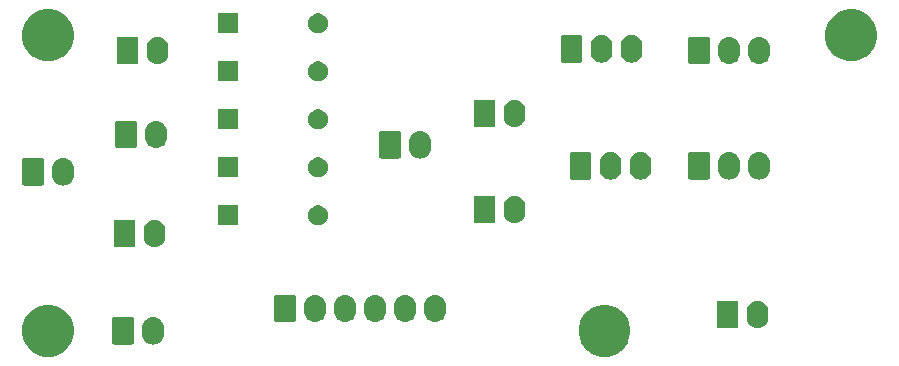
<source format=gbr>
G04 #@! TF.GenerationSoftware,KiCad,Pcbnew,(5.1.5-0-10_14)*
G04 #@! TF.CreationDate,2021-04-18T15:07:52+10:00*
G04 #@! TF.ProjectId,OH - Right Console - Forward Aux,4f48202d-2052-4696-9768-7420436f6e73,rev?*
G04 #@! TF.SameCoordinates,Original*
G04 #@! TF.FileFunction,Soldermask,Top*
G04 #@! TF.FilePolarity,Negative*
%FSLAX46Y46*%
G04 Gerber Fmt 4.6, Leading zero omitted, Abs format (unit mm)*
G04 Created by KiCad (PCBNEW (5.1.5-0-10_14)) date 2021-04-18 15:07:52*
%MOMM*%
%LPD*%
G04 APERTURE LIST*
%ADD10C,0.100000*%
G04 APERTURE END LIST*
D10*
G36*
X158122007Y-105560582D02*
G01*
X158522563Y-105726498D01*
X158522565Y-105726499D01*
X158883056Y-105967371D01*
X159189629Y-106273944D01*
X159414836Y-106610991D01*
X159430502Y-106634437D01*
X159596418Y-107034993D01*
X159681000Y-107460219D01*
X159681000Y-107893781D01*
X159596418Y-108319007D01*
X159487339Y-108582346D01*
X159430501Y-108719565D01*
X159189629Y-109080056D01*
X158883056Y-109386629D01*
X158522565Y-109627501D01*
X158522564Y-109627502D01*
X158522563Y-109627502D01*
X158122007Y-109793418D01*
X157696781Y-109878000D01*
X157263219Y-109878000D01*
X156837993Y-109793418D01*
X156437437Y-109627502D01*
X156437436Y-109627502D01*
X156437435Y-109627501D01*
X156076944Y-109386629D01*
X155770371Y-109080056D01*
X155529499Y-108719565D01*
X155472661Y-108582346D01*
X155363582Y-108319007D01*
X155279000Y-107893781D01*
X155279000Y-107460219D01*
X155363582Y-107034993D01*
X155529498Y-106634437D01*
X155545164Y-106610991D01*
X155770371Y-106273944D01*
X156076944Y-105967371D01*
X156437435Y-105726499D01*
X156437437Y-105726498D01*
X156837993Y-105560582D01*
X157263219Y-105476000D01*
X157696781Y-105476000D01*
X158122007Y-105560582D01*
G37*
G36*
X111005007Y-105560582D02*
G01*
X111405563Y-105726498D01*
X111405565Y-105726499D01*
X111766056Y-105967371D01*
X112072629Y-106273944D01*
X112297836Y-106610991D01*
X112313502Y-106634437D01*
X112479418Y-107034993D01*
X112564000Y-107460219D01*
X112564000Y-107893781D01*
X112479418Y-108319007D01*
X112370339Y-108582346D01*
X112313501Y-108719565D01*
X112072629Y-109080056D01*
X111766056Y-109386629D01*
X111405565Y-109627501D01*
X111405564Y-109627502D01*
X111405563Y-109627502D01*
X111005007Y-109793418D01*
X110579781Y-109878000D01*
X110146219Y-109878000D01*
X109720993Y-109793418D01*
X109320437Y-109627502D01*
X109320436Y-109627502D01*
X109320435Y-109627501D01*
X108959944Y-109386629D01*
X108653371Y-109080056D01*
X108412499Y-108719565D01*
X108355661Y-108582346D01*
X108246582Y-108319007D01*
X108162000Y-107893781D01*
X108162000Y-107460219D01*
X108246582Y-107034993D01*
X108412498Y-106634437D01*
X108428164Y-106610991D01*
X108653371Y-106273944D01*
X108959944Y-105967371D01*
X109320435Y-105726499D01*
X109320437Y-105726498D01*
X109720993Y-105560582D01*
X110146219Y-105476000D01*
X110579781Y-105476000D01*
X111005007Y-105560582D01*
G37*
G36*
X119433547Y-106558326D02*
G01*
X119607156Y-106610990D01*
X119607158Y-106610991D01*
X119767155Y-106696511D01*
X119907397Y-106811603D01*
X119971856Y-106890148D01*
X120022489Y-106951844D01*
X120108010Y-107111843D01*
X120160674Y-107285452D01*
X120161958Y-107298489D01*
X120173917Y-107419908D01*
X120174000Y-107420756D01*
X120174000Y-107971243D01*
X120160674Y-108106548D01*
X120108010Y-108280157D01*
X120022489Y-108440156D01*
X119986729Y-108483729D01*
X119907397Y-108580397D01*
X119810729Y-108659729D01*
X119767156Y-108695489D01*
X119607157Y-108781010D01*
X119433548Y-108833674D01*
X119253000Y-108851456D01*
X119072453Y-108833674D01*
X118898844Y-108781010D01*
X118738845Y-108695489D01*
X118695272Y-108659729D01*
X118598604Y-108580397D01*
X118483513Y-108440157D01*
X118483512Y-108440155D01*
X118397990Y-108280157D01*
X118345326Y-108106548D01*
X118332000Y-107971244D01*
X118332000Y-107420757D01*
X118345326Y-107285453D01*
X118397990Y-107111844D01*
X118483511Y-106951845D01*
X118487934Y-106946456D01*
X118598603Y-106811603D01*
X118695271Y-106732271D01*
X118738844Y-106696511D01*
X118898843Y-106610990D01*
X119072452Y-106558326D01*
X119253000Y-106540544D01*
X119433547Y-106558326D01*
G37*
G36*
X117492561Y-106548966D02*
G01*
X117525383Y-106558923D01*
X117555632Y-106575092D01*
X117582148Y-106596852D01*
X117603908Y-106623368D01*
X117620077Y-106653617D01*
X117630034Y-106686439D01*
X117634000Y-106726713D01*
X117634000Y-108665287D01*
X117630034Y-108705561D01*
X117620077Y-108738383D01*
X117603908Y-108768632D01*
X117582148Y-108795148D01*
X117555632Y-108816908D01*
X117525383Y-108833077D01*
X117492561Y-108843034D01*
X117452287Y-108847000D01*
X115973713Y-108847000D01*
X115933439Y-108843034D01*
X115900617Y-108833077D01*
X115870368Y-108816908D01*
X115843852Y-108795148D01*
X115822092Y-108768632D01*
X115805923Y-108738383D01*
X115795966Y-108705561D01*
X115792000Y-108665287D01*
X115792000Y-106726713D01*
X115795966Y-106686439D01*
X115805923Y-106653617D01*
X115822092Y-106623368D01*
X115843852Y-106596852D01*
X115870368Y-106575092D01*
X115900617Y-106558923D01*
X115933439Y-106548966D01*
X115973713Y-106545000D01*
X117452287Y-106545000D01*
X117492561Y-106548966D01*
G37*
G36*
X170614547Y-105161326D02*
G01*
X170788156Y-105213990D01*
X170788158Y-105213991D01*
X170948155Y-105299511D01*
X171088397Y-105414603D01*
X171138783Y-105476000D01*
X171203489Y-105554844D01*
X171289010Y-105714843D01*
X171341674Y-105888452D01*
X171355000Y-106023756D01*
X171355000Y-106574243D01*
X171341674Y-106709548D01*
X171289010Y-106883157D01*
X171203489Y-107043156D01*
X171167729Y-107086729D01*
X171088397Y-107183397D01*
X170991729Y-107262729D01*
X170948156Y-107298489D01*
X170788157Y-107384010D01*
X170614548Y-107436674D01*
X170434000Y-107454456D01*
X170253453Y-107436674D01*
X170079844Y-107384010D01*
X169919845Y-107298489D01*
X169876272Y-107262729D01*
X169779604Y-107183397D01*
X169664513Y-107043157D01*
X169664512Y-107043155D01*
X169578990Y-106883157D01*
X169526326Y-106709548D01*
X169514513Y-106589602D01*
X169513000Y-106574245D01*
X169513000Y-106023756D01*
X169526326Y-105888455D01*
X169526326Y-105888453D01*
X169578990Y-105714844D01*
X169664511Y-105554845D01*
X169664512Y-105554844D01*
X169779603Y-105414603D01*
X169905388Y-105311375D01*
X169919844Y-105299511D01*
X170079843Y-105213990D01*
X170253452Y-105161326D01*
X170434000Y-105143544D01*
X170614547Y-105161326D01*
G37*
G36*
X168673561Y-105151966D02*
G01*
X168706383Y-105161923D01*
X168736632Y-105178092D01*
X168763148Y-105199852D01*
X168784908Y-105226368D01*
X168801077Y-105256617D01*
X168811034Y-105289439D01*
X168815000Y-105329713D01*
X168815000Y-107268287D01*
X168811034Y-107308561D01*
X168801077Y-107341383D01*
X168784908Y-107371632D01*
X168763148Y-107398148D01*
X168736632Y-107419908D01*
X168706383Y-107436077D01*
X168673561Y-107446034D01*
X168633287Y-107450000D01*
X167154713Y-107450000D01*
X167114439Y-107446034D01*
X167081617Y-107436077D01*
X167051368Y-107419908D01*
X167024852Y-107398148D01*
X167003092Y-107371632D01*
X166986923Y-107341383D01*
X166976966Y-107308561D01*
X166973000Y-107268287D01*
X166973000Y-105329713D01*
X166976966Y-105289439D01*
X166986923Y-105256617D01*
X167003092Y-105226368D01*
X167024852Y-105199852D01*
X167051368Y-105178092D01*
X167081617Y-105161923D01*
X167114439Y-105151966D01*
X167154713Y-105148000D01*
X168633287Y-105148000D01*
X168673561Y-105151966D01*
G37*
G36*
X133149547Y-104653326D02*
G01*
X133323156Y-104705990D01*
X133323158Y-104705991D01*
X133483155Y-104791511D01*
X133623397Y-104906603D01*
X133702729Y-105003271D01*
X133738489Y-105046844D01*
X133824010Y-105206843D01*
X133876674Y-105380452D01*
X133890000Y-105515756D01*
X133890000Y-106066243D01*
X133876674Y-106201548D01*
X133824010Y-106375157D01*
X133738489Y-106535156D01*
X133706411Y-106574243D01*
X133623397Y-106675397D01*
X133526729Y-106754729D01*
X133483156Y-106790489D01*
X133323157Y-106876010D01*
X133149548Y-106928674D01*
X132969000Y-106946456D01*
X132788453Y-106928674D01*
X132614844Y-106876010D01*
X132454845Y-106790489D01*
X132411272Y-106754729D01*
X132314604Y-106675397D01*
X132199513Y-106535157D01*
X132199512Y-106535155D01*
X132113990Y-106375157D01*
X132061326Y-106201548D01*
X132048000Y-106066244D01*
X132048000Y-105515757D01*
X132061326Y-105380453D01*
X132113990Y-105206844D01*
X132199511Y-105046845D01*
X132199512Y-105046844D01*
X132314603Y-104906603D01*
X132440388Y-104803375D01*
X132454844Y-104791511D01*
X132614843Y-104705990D01*
X132788452Y-104653326D01*
X132969000Y-104635544D01*
X133149547Y-104653326D01*
G37*
G36*
X143309547Y-104653326D02*
G01*
X143483156Y-104705990D01*
X143483158Y-104705991D01*
X143643155Y-104791511D01*
X143783397Y-104906603D01*
X143862729Y-105003271D01*
X143898489Y-105046844D01*
X143984010Y-105206843D01*
X144036674Y-105380452D01*
X144050000Y-105515756D01*
X144050000Y-106066243D01*
X144036674Y-106201548D01*
X143984010Y-106375157D01*
X143898489Y-106535156D01*
X143866411Y-106574243D01*
X143783397Y-106675397D01*
X143686729Y-106754729D01*
X143643156Y-106790489D01*
X143483157Y-106876010D01*
X143309548Y-106928674D01*
X143129000Y-106946456D01*
X142948453Y-106928674D01*
X142774844Y-106876010D01*
X142614845Y-106790489D01*
X142571272Y-106754729D01*
X142474604Y-106675397D01*
X142359513Y-106535157D01*
X142359512Y-106535155D01*
X142273990Y-106375157D01*
X142221326Y-106201548D01*
X142208000Y-106066244D01*
X142208000Y-105515757D01*
X142221326Y-105380453D01*
X142273990Y-105206844D01*
X142359511Y-105046845D01*
X142359512Y-105046844D01*
X142474603Y-104906603D01*
X142600388Y-104803375D01*
X142614844Y-104791511D01*
X142774843Y-104705990D01*
X142948452Y-104653326D01*
X143129000Y-104635544D01*
X143309547Y-104653326D01*
G37*
G36*
X140769547Y-104653326D02*
G01*
X140943156Y-104705990D01*
X140943158Y-104705991D01*
X141103155Y-104791511D01*
X141243397Y-104906603D01*
X141322729Y-105003271D01*
X141358489Y-105046844D01*
X141444010Y-105206843D01*
X141496674Y-105380452D01*
X141510000Y-105515756D01*
X141510000Y-106066243D01*
X141496674Y-106201548D01*
X141444010Y-106375157D01*
X141358489Y-106535156D01*
X141326411Y-106574243D01*
X141243397Y-106675397D01*
X141146729Y-106754729D01*
X141103156Y-106790489D01*
X140943157Y-106876010D01*
X140769548Y-106928674D01*
X140589000Y-106946456D01*
X140408453Y-106928674D01*
X140234844Y-106876010D01*
X140074845Y-106790489D01*
X140031272Y-106754729D01*
X139934604Y-106675397D01*
X139819513Y-106535157D01*
X139819512Y-106535155D01*
X139733990Y-106375157D01*
X139681326Y-106201548D01*
X139668000Y-106066244D01*
X139668000Y-105515757D01*
X139681326Y-105380453D01*
X139733990Y-105206844D01*
X139819511Y-105046845D01*
X139819512Y-105046844D01*
X139934603Y-104906603D01*
X140060388Y-104803375D01*
X140074844Y-104791511D01*
X140234843Y-104705990D01*
X140408452Y-104653326D01*
X140589000Y-104635544D01*
X140769547Y-104653326D01*
G37*
G36*
X138229547Y-104653326D02*
G01*
X138403156Y-104705990D01*
X138403158Y-104705991D01*
X138563155Y-104791511D01*
X138703397Y-104906603D01*
X138782729Y-105003271D01*
X138818489Y-105046844D01*
X138904010Y-105206843D01*
X138956674Y-105380452D01*
X138970000Y-105515756D01*
X138970000Y-106066243D01*
X138956674Y-106201548D01*
X138904010Y-106375157D01*
X138818489Y-106535156D01*
X138786411Y-106574243D01*
X138703397Y-106675397D01*
X138606729Y-106754729D01*
X138563156Y-106790489D01*
X138403157Y-106876010D01*
X138229548Y-106928674D01*
X138049000Y-106946456D01*
X137868453Y-106928674D01*
X137694844Y-106876010D01*
X137534845Y-106790489D01*
X137491272Y-106754729D01*
X137394604Y-106675397D01*
X137279513Y-106535157D01*
X137279512Y-106535155D01*
X137193990Y-106375157D01*
X137141326Y-106201548D01*
X137128000Y-106066244D01*
X137128000Y-105515757D01*
X137141326Y-105380453D01*
X137193990Y-105206844D01*
X137279511Y-105046845D01*
X137279512Y-105046844D01*
X137394603Y-104906603D01*
X137520388Y-104803375D01*
X137534844Y-104791511D01*
X137694843Y-104705990D01*
X137868452Y-104653326D01*
X138049000Y-104635544D01*
X138229547Y-104653326D01*
G37*
G36*
X135689547Y-104653326D02*
G01*
X135863156Y-104705990D01*
X135863158Y-104705991D01*
X136023155Y-104791511D01*
X136163397Y-104906603D01*
X136242729Y-105003271D01*
X136278489Y-105046844D01*
X136364010Y-105206843D01*
X136416674Y-105380452D01*
X136430000Y-105515756D01*
X136430000Y-106066243D01*
X136416674Y-106201548D01*
X136364010Y-106375157D01*
X136278489Y-106535156D01*
X136246411Y-106574243D01*
X136163397Y-106675397D01*
X136066729Y-106754729D01*
X136023156Y-106790489D01*
X135863157Y-106876010D01*
X135689548Y-106928674D01*
X135509000Y-106946456D01*
X135328453Y-106928674D01*
X135154844Y-106876010D01*
X134994845Y-106790489D01*
X134951272Y-106754729D01*
X134854604Y-106675397D01*
X134739513Y-106535157D01*
X134739512Y-106535155D01*
X134653990Y-106375157D01*
X134601326Y-106201548D01*
X134588000Y-106066244D01*
X134588000Y-105515757D01*
X134601326Y-105380453D01*
X134653990Y-105206844D01*
X134739511Y-105046845D01*
X134739512Y-105046844D01*
X134854603Y-104906603D01*
X134980388Y-104803375D01*
X134994844Y-104791511D01*
X135154843Y-104705990D01*
X135328452Y-104653326D01*
X135509000Y-104635544D01*
X135689547Y-104653326D01*
G37*
G36*
X131208561Y-104643966D02*
G01*
X131241383Y-104653923D01*
X131271632Y-104670092D01*
X131298148Y-104691852D01*
X131319908Y-104718368D01*
X131336077Y-104748617D01*
X131346034Y-104781439D01*
X131350000Y-104821713D01*
X131350000Y-106760287D01*
X131346034Y-106800561D01*
X131336077Y-106833383D01*
X131319908Y-106863632D01*
X131298148Y-106890148D01*
X131271632Y-106911908D01*
X131241383Y-106928077D01*
X131208561Y-106938034D01*
X131168287Y-106942000D01*
X129689713Y-106942000D01*
X129649439Y-106938034D01*
X129616617Y-106928077D01*
X129586368Y-106911908D01*
X129559852Y-106890148D01*
X129538092Y-106863632D01*
X129521923Y-106833383D01*
X129511966Y-106800561D01*
X129508000Y-106760287D01*
X129508000Y-104821713D01*
X129511966Y-104781439D01*
X129521923Y-104748617D01*
X129538092Y-104718368D01*
X129559852Y-104691852D01*
X129586368Y-104670092D01*
X129616617Y-104653923D01*
X129649439Y-104643966D01*
X129689713Y-104640000D01*
X131168287Y-104640000D01*
X131208561Y-104643966D01*
G37*
G36*
X119560547Y-98303326D02*
G01*
X119734156Y-98355990D01*
X119734158Y-98355991D01*
X119894155Y-98441511D01*
X120034397Y-98556603D01*
X120113729Y-98653271D01*
X120149489Y-98696844D01*
X120235010Y-98856843D01*
X120287674Y-99030452D01*
X120301000Y-99165756D01*
X120301000Y-99716243D01*
X120287674Y-99851548D01*
X120235010Y-100025157D01*
X120149489Y-100185156D01*
X120113729Y-100228729D01*
X120034397Y-100325397D01*
X119937729Y-100404729D01*
X119894156Y-100440489D01*
X119734157Y-100526010D01*
X119560548Y-100578674D01*
X119380000Y-100596456D01*
X119199453Y-100578674D01*
X119025844Y-100526010D01*
X118865845Y-100440489D01*
X118822272Y-100404729D01*
X118725604Y-100325397D01*
X118610513Y-100185157D01*
X118610512Y-100185155D01*
X118524990Y-100025157D01*
X118472326Y-99851548D01*
X118459000Y-99716244D01*
X118459000Y-99165757D01*
X118472326Y-99030453D01*
X118524990Y-98856844D01*
X118610511Y-98696845D01*
X118631601Y-98671147D01*
X118725603Y-98556603D01*
X118851388Y-98453375D01*
X118865844Y-98441511D01*
X119025843Y-98355990D01*
X119199452Y-98303326D01*
X119380000Y-98285544D01*
X119560547Y-98303326D01*
G37*
G36*
X117619561Y-98293966D02*
G01*
X117652383Y-98303923D01*
X117682632Y-98320092D01*
X117709148Y-98341852D01*
X117730908Y-98368368D01*
X117747077Y-98398617D01*
X117757034Y-98431439D01*
X117761000Y-98471713D01*
X117761000Y-100410287D01*
X117757034Y-100450561D01*
X117747077Y-100483383D01*
X117730908Y-100513632D01*
X117709148Y-100540148D01*
X117682632Y-100561908D01*
X117652383Y-100578077D01*
X117619561Y-100588034D01*
X117579287Y-100592000D01*
X116100713Y-100592000D01*
X116060439Y-100588034D01*
X116027617Y-100578077D01*
X115997368Y-100561908D01*
X115970852Y-100540148D01*
X115949092Y-100513632D01*
X115932923Y-100483383D01*
X115922966Y-100450561D01*
X115919000Y-100410287D01*
X115919000Y-98471713D01*
X115922966Y-98431439D01*
X115932923Y-98398617D01*
X115949092Y-98368368D01*
X115970852Y-98341852D01*
X115997368Y-98320092D01*
X116027617Y-98303923D01*
X116060439Y-98293966D01*
X116100713Y-98290000D01*
X117579287Y-98290000D01*
X117619561Y-98293966D01*
G37*
G36*
X133471228Y-97098703D02*
G01*
X133626100Y-97162853D01*
X133765481Y-97255985D01*
X133884015Y-97374519D01*
X133977147Y-97513900D01*
X134041297Y-97668772D01*
X134074000Y-97833184D01*
X134074000Y-98000816D01*
X134041297Y-98165228D01*
X133977147Y-98320100D01*
X133884015Y-98459481D01*
X133765481Y-98578015D01*
X133626100Y-98671147D01*
X133471228Y-98735297D01*
X133306816Y-98768000D01*
X133139184Y-98768000D01*
X132974772Y-98735297D01*
X132819900Y-98671147D01*
X132680519Y-98578015D01*
X132561985Y-98459481D01*
X132468853Y-98320100D01*
X132404703Y-98165228D01*
X132372000Y-98000816D01*
X132372000Y-97833184D01*
X132404703Y-97668772D01*
X132468853Y-97513900D01*
X132561985Y-97374519D01*
X132680519Y-97255985D01*
X132819900Y-97162853D01*
X132974772Y-97098703D01*
X133139184Y-97066000D01*
X133306816Y-97066000D01*
X133471228Y-97098703D01*
G37*
G36*
X126454000Y-98768000D02*
G01*
X124752000Y-98768000D01*
X124752000Y-97066000D01*
X126454000Y-97066000D01*
X126454000Y-98768000D01*
G37*
G36*
X150040547Y-96271326D02*
G01*
X150214156Y-96323990D01*
X150214158Y-96323991D01*
X150374155Y-96409511D01*
X150514397Y-96524603D01*
X150593729Y-96621271D01*
X150629489Y-96664844D01*
X150715010Y-96824843D01*
X150767674Y-96998452D01*
X150781000Y-97133756D01*
X150781000Y-97684243D01*
X150767674Y-97819548D01*
X150715010Y-97993157D01*
X150629489Y-98153156D01*
X150593729Y-98196729D01*
X150514397Y-98293397D01*
X150424083Y-98367515D01*
X150374156Y-98408489D01*
X150214157Y-98494010D01*
X150040548Y-98546674D01*
X149860000Y-98564456D01*
X149679453Y-98546674D01*
X149505844Y-98494010D01*
X149345845Y-98408489D01*
X149295918Y-98367515D01*
X149205604Y-98293397D01*
X149090513Y-98153157D01*
X149090512Y-98153155D01*
X149004990Y-97993157D01*
X148952326Y-97819548D01*
X148939000Y-97684244D01*
X148939000Y-97133757D01*
X148952326Y-96998453D01*
X149004990Y-96824844D01*
X149090511Y-96664845D01*
X149090512Y-96664844D01*
X149205603Y-96524603D01*
X149331388Y-96421375D01*
X149345844Y-96409511D01*
X149505843Y-96323990D01*
X149679452Y-96271326D01*
X149860000Y-96253544D01*
X150040547Y-96271326D01*
G37*
G36*
X148099561Y-96261966D02*
G01*
X148132383Y-96271923D01*
X148162632Y-96288092D01*
X148189148Y-96309852D01*
X148210908Y-96336368D01*
X148227077Y-96366617D01*
X148237034Y-96399439D01*
X148241000Y-96439713D01*
X148241000Y-98378287D01*
X148237034Y-98418561D01*
X148227077Y-98451383D01*
X148210908Y-98481632D01*
X148189148Y-98508148D01*
X148162632Y-98529908D01*
X148132383Y-98546077D01*
X148099561Y-98556034D01*
X148059287Y-98560000D01*
X146580713Y-98560000D01*
X146540439Y-98556034D01*
X146507617Y-98546077D01*
X146477368Y-98529908D01*
X146450852Y-98508148D01*
X146429092Y-98481632D01*
X146412923Y-98451383D01*
X146402966Y-98418561D01*
X146399000Y-98378287D01*
X146399000Y-96439713D01*
X146402966Y-96399439D01*
X146412923Y-96366617D01*
X146429092Y-96336368D01*
X146450852Y-96309852D01*
X146477368Y-96288092D01*
X146507617Y-96271923D01*
X146540439Y-96261966D01*
X146580713Y-96258000D01*
X148059287Y-96258000D01*
X148099561Y-96261966D01*
G37*
G36*
X111813547Y-93096326D02*
G01*
X111987156Y-93148990D01*
X111987158Y-93148991D01*
X112147155Y-93234511D01*
X112287397Y-93349603D01*
X112366729Y-93446271D01*
X112402489Y-93489844D01*
X112488010Y-93649843D01*
X112540674Y-93823452D01*
X112554000Y-93958756D01*
X112554000Y-94509243D01*
X112540674Y-94644548D01*
X112488010Y-94818157D01*
X112402489Y-94978156D01*
X112366729Y-95021729D01*
X112287397Y-95118397D01*
X112190729Y-95197729D01*
X112147156Y-95233489D01*
X111987157Y-95319010D01*
X111813548Y-95371674D01*
X111633000Y-95389456D01*
X111452453Y-95371674D01*
X111278844Y-95319010D01*
X111118845Y-95233489D01*
X111075272Y-95197729D01*
X110978604Y-95118397D01*
X110863513Y-94978157D01*
X110863512Y-94978155D01*
X110777990Y-94818157D01*
X110725326Y-94644548D01*
X110712000Y-94509244D01*
X110712000Y-93958757D01*
X110725326Y-93823453D01*
X110777990Y-93649844D01*
X110863511Y-93489845D01*
X110863512Y-93489844D01*
X110978603Y-93349603D01*
X111104388Y-93246375D01*
X111118844Y-93234511D01*
X111278843Y-93148990D01*
X111452452Y-93096326D01*
X111633000Y-93078544D01*
X111813547Y-93096326D01*
G37*
G36*
X109872561Y-93086966D02*
G01*
X109905383Y-93096923D01*
X109935632Y-93113092D01*
X109962148Y-93134852D01*
X109983908Y-93161368D01*
X110000077Y-93191617D01*
X110010034Y-93224439D01*
X110014000Y-93264713D01*
X110014000Y-95203287D01*
X110010034Y-95243561D01*
X110000077Y-95276383D01*
X109983908Y-95306632D01*
X109962148Y-95333148D01*
X109935632Y-95354908D01*
X109905383Y-95371077D01*
X109872561Y-95381034D01*
X109832287Y-95385000D01*
X108353713Y-95385000D01*
X108313439Y-95381034D01*
X108280617Y-95371077D01*
X108250368Y-95354908D01*
X108223852Y-95333148D01*
X108202092Y-95306632D01*
X108185923Y-95276383D01*
X108175966Y-95243561D01*
X108172000Y-95203287D01*
X108172000Y-93264713D01*
X108175966Y-93224439D01*
X108185923Y-93191617D01*
X108202092Y-93161368D01*
X108223852Y-93134852D01*
X108250368Y-93113092D01*
X108280617Y-93096923D01*
X108313439Y-93086966D01*
X108353713Y-93083000D01*
X109832287Y-93083000D01*
X109872561Y-93086966D01*
G37*
G36*
X170741547Y-92588326D02*
G01*
X170915156Y-92640990D01*
X170915158Y-92640991D01*
X171075155Y-92726511D01*
X171215397Y-92841603D01*
X171277508Y-92917287D01*
X171330489Y-92981844D01*
X171416010Y-93141843D01*
X171468674Y-93315452D01*
X171482000Y-93450756D01*
X171482000Y-94001243D01*
X171468674Y-94136548D01*
X171416010Y-94310157D01*
X171330489Y-94470156D01*
X171298411Y-94509243D01*
X171215397Y-94610397D01*
X171141189Y-94671297D01*
X171075156Y-94725489D01*
X170915157Y-94811010D01*
X170741548Y-94863674D01*
X170561000Y-94881456D01*
X170380453Y-94863674D01*
X170206844Y-94811010D01*
X170046845Y-94725489D01*
X169980812Y-94671297D01*
X169906604Y-94610397D01*
X169791513Y-94470157D01*
X169791512Y-94470155D01*
X169705990Y-94310157D01*
X169653326Y-94136548D01*
X169640000Y-94001244D01*
X169640000Y-93450757D01*
X169653326Y-93315453D01*
X169705990Y-93141844D01*
X169728891Y-93099000D01*
X169791511Y-92981845D01*
X169906603Y-92841603D01*
X170032388Y-92738375D01*
X170046844Y-92726511D01*
X170206843Y-92640990D01*
X170380452Y-92588326D01*
X170561000Y-92570544D01*
X170741547Y-92588326D01*
G37*
G36*
X168201547Y-92588326D02*
G01*
X168375156Y-92640990D01*
X168375158Y-92640991D01*
X168535155Y-92726511D01*
X168675397Y-92841603D01*
X168737508Y-92917287D01*
X168790489Y-92981844D01*
X168876010Y-93141843D01*
X168928674Y-93315452D01*
X168942000Y-93450756D01*
X168942000Y-94001243D01*
X168928674Y-94136548D01*
X168876010Y-94310157D01*
X168790489Y-94470156D01*
X168758411Y-94509243D01*
X168675397Y-94610397D01*
X168601189Y-94671297D01*
X168535156Y-94725489D01*
X168375157Y-94811010D01*
X168201548Y-94863674D01*
X168021000Y-94881456D01*
X167840453Y-94863674D01*
X167666844Y-94811010D01*
X167506845Y-94725489D01*
X167440812Y-94671297D01*
X167366604Y-94610397D01*
X167251513Y-94470157D01*
X167251512Y-94470155D01*
X167165990Y-94310157D01*
X167113326Y-94136548D01*
X167100000Y-94001244D01*
X167100000Y-93450757D01*
X167113326Y-93315453D01*
X167165990Y-93141844D01*
X167188891Y-93099000D01*
X167251511Y-92981845D01*
X167366603Y-92841603D01*
X167492388Y-92738375D01*
X167506844Y-92726511D01*
X167666843Y-92640990D01*
X167840452Y-92588326D01*
X168021000Y-92570544D01*
X168201547Y-92588326D01*
G37*
G36*
X160708547Y-92588326D02*
G01*
X160882156Y-92640990D01*
X160882158Y-92640991D01*
X161042155Y-92726511D01*
X161182397Y-92841603D01*
X161244508Y-92917287D01*
X161297489Y-92981844D01*
X161383010Y-93141843D01*
X161435674Y-93315452D01*
X161449000Y-93450756D01*
X161449000Y-94001243D01*
X161435674Y-94136548D01*
X161383010Y-94310157D01*
X161297489Y-94470156D01*
X161265411Y-94509243D01*
X161182397Y-94610397D01*
X161108189Y-94671297D01*
X161042156Y-94725489D01*
X160882157Y-94811010D01*
X160708548Y-94863674D01*
X160528000Y-94881456D01*
X160347453Y-94863674D01*
X160173844Y-94811010D01*
X160013845Y-94725489D01*
X159947812Y-94671297D01*
X159873604Y-94610397D01*
X159758513Y-94470157D01*
X159758512Y-94470155D01*
X159672990Y-94310157D01*
X159620326Y-94136548D01*
X159607000Y-94001244D01*
X159607000Y-93450757D01*
X159620326Y-93315453D01*
X159672990Y-93141844D01*
X159695891Y-93099000D01*
X159758511Y-92981845D01*
X159873603Y-92841603D01*
X159999388Y-92738375D01*
X160013844Y-92726511D01*
X160173843Y-92640990D01*
X160347452Y-92588326D01*
X160528000Y-92570544D01*
X160708547Y-92588326D01*
G37*
G36*
X158168547Y-92588326D02*
G01*
X158342156Y-92640990D01*
X158342158Y-92640991D01*
X158502155Y-92726511D01*
X158642397Y-92841603D01*
X158704508Y-92917287D01*
X158757489Y-92981844D01*
X158843010Y-93141843D01*
X158895674Y-93315452D01*
X158909000Y-93450756D01*
X158909000Y-94001243D01*
X158895674Y-94136548D01*
X158843010Y-94310157D01*
X158757489Y-94470156D01*
X158725411Y-94509243D01*
X158642397Y-94610397D01*
X158568189Y-94671297D01*
X158502156Y-94725489D01*
X158342157Y-94811010D01*
X158168548Y-94863674D01*
X157988000Y-94881456D01*
X157807453Y-94863674D01*
X157633844Y-94811010D01*
X157473845Y-94725489D01*
X157407812Y-94671297D01*
X157333604Y-94610397D01*
X157218513Y-94470157D01*
X157218512Y-94470155D01*
X157132990Y-94310157D01*
X157080326Y-94136548D01*
X157067000Y-94001244D01*
X157067000Y-93450757D01*
X157080326Y-93315453D01*
X157132990Y-93141844D01*
X157155891Y-93099000D01*
X157218511Y-92981845D01*
X157333603Y-92841603D01*
X157459388Y-92738375D01*
X157473844Y-92726511D01*
X157633843Y-92640990D01*
X157807452Y-92588326D01*
X157988000Y-92570544D01*
X158168547Y-92588326D01*
G37*
G36*
X156227561Y-92578966D02*
G01*
X156260383Y-92588923D01*
X156290632Y-92605092D01*
X156317148Y-92626852D01*
X156338908Y-92653368D01*
X156355077Y-92683617D01*
X156365034Y-92716439D01*
X156369000Y-92756713D01*
X156369000Y-94695287D01*
X156365034Y-94735561D01*
X156355077Y-94768383D01*
X156338908Y-94798632D01*
X156317148Y-94825148D01*
X156290632Y-94846908D01*
X156260383Y-94863077D01*
X156227561Y-94873034D01*
X156187287Y-94877000D01*
X154708713Y-94877000D01*
X154668439Y-94873034D01*
X154635617Y-94863077D01*
X154605368Y-94846908D01*
X154578852Y-94825148D01*
X154557092Y-94798632D01*
X154540923Y-94768383D01*
X154530966Y-94735561D01*
X154527000Y-94695287D01*
X154527000Y-92756713D01*
X154530966Y-92716439D01*
X154540923Y-92683617D01*
X154557092Y-92653368D01*
X154578852Y-92626852D01*
X154605368Y-92605092D01*
X154635617Y-92588923D01*
X154668439Y-92578966D01*
X154708713Y-92575000D01*
X156187287Y-92575000D01*
X156227561Y-92578966D01*
G37*
G36*
X166260561Y-92578966D02*
G01*
X166293383Y-92588923D01*
X166323632Y-92605092D01*
X166350148Y-92626852D01*
X166371908Y-92653368D01*
X166388077Y-92683617D01*
X166398034Y-92716439D01*
X166402000Y-92756713D01*
X166402000Y-94695287D01*
X166398034Y-94735561D01*
X166388077Y-94768383D01*
X166371908Y-94798632D01*
X166350148Y-94825148D01*
X166323632Y-94846908D01*
X166293383Y-94863077D01*
X166260561Y-94873034D01*
X166220287Y-94877000D01*
X164741713Y-94877000D01*
X164701439Y-94873034D01*
X164668617Y-94863077D01*
X164638368Y-94846908D01*
X164611852Y-94825148D01*
X164590092Y-94798632D01*
X164573923Y-94768383D01*
X164563966Y-94735561D01*
X164560000Y-94695287D01*
X164560000Y-92756713D01*
X164563966Y-92716439D01*
X164573923Y-92683617D01*
X164590092Y-92653368D01*
X164611852Y-92626852D01*
X164638368Y-92605092D01*
X164668617Y-92588923D01*
X164701439Y-92578966D01*
X164741713Y-92575000D01*
X166220287Y-92575000D01*
X166260561Y-92578966D01*
G37*
G36*
X126454000Y-94704000D02*
G01*
X124752000Y-94704000D01*
X124752000Y-93002000D01*
X126454000Y-93002000D01*
X126454000Y-94704000D01*
G37*
G36*
X133471228Y-93034703D02*
G01*
X133626100Y-93098853D01*
X133765481Y-93191985D01*
X133884015Y-93310519D01*
X133977147Y-93449900D01*
X134041297Y-93604772D01*
X134074000Y-93769184D01*
X134074000Y-93936816D01*
X134041297Y-94101228D01*
X133977147Y-94256100D01*
X133884015Y-94395481D01*
X133765481Y-94514015D01*
X133626100Y-94607147D01*
X133471228Y-94671297D01*
X133306816Y-94704000D01*
X133139184Y-94704000D01*
X132974772Y-94671297D01*
X132819900Y-94607147D01*
X132680519Y-94514015D01*
X132561985Y-94395481D01*
X132468853Y-94256100D01*
X132404703Y-94101228D01*
X132372000Y-93936816D01*
X132372000Y-93769184D01*
X132404703Y-93604772D01*
X132468853Y-93449900D01*
X132561985Y-93310519D01*
X132680519Y-93191985D01*
X132819900Y-93098853D01*
X132974772Y-93034703D01*
X133139184Y-93002000D01*
X133306816Y-93002000D01*
X133471228Y-93034703D01*
G37*
G36*
X142039547Y-90810326D02*
G01*
X142213156Y-90862990D01*
X142213158Y-90862991D01*
X142373155Y-90948511D01*
X142513397Y-91063603D01*
X142592729Y-91160271D01*
X142628489Y-91203844D01*
X142714010Y-91363843D01*
X142766674Y-91537452D01*
X142780000Y-91672756D01*
X142780000Y-92223243D01*
X142766674Y-92358548D01*
X142714010Y-92532157D01*
X142628489Y-92692156D01*
X142608560Y-92716439D01*
X142513397Y-92832397D01*
X142416729Y-92911729D01*
X142373156Y-92947489D01*
X142213157Y-93033010D01*
X142039548Y-93085674D01*
X141859000Y-93103456D01*
X141678453Y-93085674D01*
X141504844Y-93033010D01*
X141344845Y-92947489D01*
X141301272Y-92911729D01*
X141204604Y-92832397D01*
X141089513Y-92692157D01*
X141089512Y-92692155D01*
X141003990Y-92532157D01*
X140951326Y-92358548D01*
X140938000Y-92223244D01*
X140938000Y-91672757D01*
X140951326Y-91537453D01*
X141003990Y-91363844D01*
X141089511Y-91203845D01*
X141089512Y-91203844D01*
X141204603Y-91063603D01*
X141330388Y-90960375D01*
X141344844Y-90948511D01*
X141504843Y-90862990D01*
X141678452Y-90810326D01*
X141859000Y-90792544D01*
X142039547Y-90810326D01*
G37*
G36*
X140098561Y-90800966D02*
G01*
X140131383Y-90810923D01*
X140161632Y-90827092D01*
X140188148Y-90848852D01*
X140209908Y-90875368D01*
X140226077Y-90905617D01*
X140236034Y-90938439D01*
X140240000Y-90978713D01*
X140240000Y-92917287D01*
X140236034Y-92957561D01*
X140226077Y-92990383D01*
X140209908Y-93020632D01*
X140188148Y-93047148D01*
X140161632Y-93068908D01*
X140131383Y-93085077D01*
X140098561Y-93095034D01*
X140058287Y-93099000D01*
X138579713Y-93099000D01*
X138539439Y-93095034D01*
X138506617Y-93085077D01*
X138476368Y-93068908D01*
X138449852Y-93047148D01*
X138428092Y-93020632D01*
X138411923Y-92990383D01*
X138401966Y-92957561D01*
X138398000Y-92917287D01*
X138398000Y-90978713D01*
X138401966Y-90938439D01*
X138411923Y-90905617D01*
X138428092Y-90875368D01*
X138449852Y-90848852D01*
X138476368Y-90827092D01*
X138506617Y-90810923D01*
X138539439Y-90800966D01*
X138579713Y-90797000D01*
X140058287Y-90797000D01*
X140098561Y-90800966D01*
G37*
G36*
X119687547Y-89921326D02*
G01*
X119861156Y-89973990D01*
X119861158Y-89973991D01*
X120021155Y-90059511D01*
X120161397Y-90174603D01*
X120223508Y-90250287D01*
X120276489Y-90314844D01*
X120362010Y-90474843D01*
X120414674Y-90648452D01*
X120428000Y-90783756D01*
X120428000Y-91334243D01*
X120414674Y-91469548D01*
X120362010Y-91643157D01*
X120276489Y-91803156D01*
X120240729Y-91846729D01*
X120161397Y-91943397D01*
X120064729Y-92022729D01*
X120021156Y-92058489D01*
X119861157Y-92144010D01*
X119687548Y-92196674D01*
X119507000Y-92214456D01*
X119326453Y-92196674D01*
X119152844Y-92144010D01*
X118992845Y-92058489D01*
X118949272Y-92022729D01*
X118852604Y-91943397D01*
X118737513Y-91803157D01*
X118737512Y-91803155D01*
X118651990Y-91643157D01*
X118599326Y-91469548D01*
X118586000Y-91334244D01*
X118586000Y-90783757D01*
X118599326Y-90648453D01*
X118651990Y-90474844D01*
X118674891Y-90432000D01*
X118737511Y-90314845D01*
X118852603Y-90174603D01*
X118978388Y-90071375D01*
X118992844Y-90059511D01*
X119152843Y-89973990D01*
X119326452Y-89921326D01*
X119507000Y-89903544D01*
X119687547Y-89921326D01*
G37*
G36*
X117746561Y-89911966D02*
G01*
X117779383Y-89921923D01*
X117809632Y-89938092D01*
X117836148Y-89959852D01*
X117857908Y-89986368D01*
X117874077Y-90016617D01*
X117884034Y-90049439D01*
X117888000Y-90089713D01*
X117888000Y-92028287D01*
X117884034Y-92068561D01*
X117874077Y-92101383D01*
X117857908Y-92131632D01*
X117836148Y-92158148D01*
X117809632Y-92179908D01*
X117779383Y-92196077D01*
X117746561Y-92206034D01*
X117706287Y-92210000D01*
X116227713Y-92210000D01*
X116187439Y-92206034D01*
X116154617Y-92196077D01*
X116124368Y-92179908D01*
X116097852Y-92158148D01*
X116076092Y-92131632D01*
X116059923Y-92101383D01*
X116049966Y-92068561D01*
X116046000Y-92028287D01*
X116046000Y-90089713D01*
X116049966Y-90049439D01*
X116059923Y-90016617D01*
X116076092Y-89986368D01*
X116097852Y-89959852D01*
X116124368Y-89938092D01*
X116154617Y-89921923D01*
X116187439Y-89911966D01*
X116227713Y-89908000D01*
X117706287Y-89908000D01*
X117746561Y-89911966D01*
G37*
G36*
X126454000Y-90640000D02*
G01*
X124752000Y-90640000D01*
X124752000Y-88938000D01*
X126454000Y-88938000D01*
X126454000Y-90640000D01*
G37*
G36*
X133471228Y-88970703D02*
G01*
X133626100Y-89034853D01*
X133765481Y-89127985D01*
X133884015Y-89246519D01*
X133977147Y-89385900D01*
X134041297Y-89540772D01*
X134074000Y-89705184D01*
X134074000Y-89872816D01*
X134041297Y-90037228D01*
X133977147Y-90192100D01*
X133884015Y-90331481D01*
X133765481Y-90450015D01*
X133626100Y-90543147D01*
X133471228Y-90607297D01*
X133306816Y-90640000D01*
X133139184Y-90640000D01*
X132974772Y-90607297D01*
X132819900Y-90543147D01*
X132680519Y-90450015D01*
X132561985Y-90331481D01*
X132468853Y-90192100D01*
X132404703Y-90037228D01*
X132372000Y-89872816D01*
X132372000Y-89705184D01*
X132404703Y-89540772D01*
X132468853Y-89385900D01*
X132561985Y-89246519D01*
X132680519Y-89127985D01*
X132819900Y-89034853D01*
X132974772Y-88970703D01*
X133139184Y-88938000D01*
X133306816Y-88938000D01*
X133471228Y-88970703D01*
G37*
G36*
X150040547Y-88143326D02*
G01*
X150214156Y-88195990D01*
X150214158Y-88195991D01*
X150374155Y-88281511D01*
X150514397Y-88396603D01*
X150593729Y-88493271D01*
X150629489Y-88536844D01*
X150715010Y-88696843D01*
X150767674Y-88870452D01*
X150781000Y-89005756D01*
X150781000Y-89556243D01*
X150767674Y-89691548D01*
X150715010Y-89865157D01*
X150629489Y-90025156D01*
X150609560Y-90049439D01*
X150514397Y-90165397D01*
X150417729Y-90244729D01*
X150374156Y-90280489D01*
X150214157Y-90366010D01*
X150040548Y-90418674D01*
X149860000Y-90436456D01*
X149679453Y-90418674D01*
X149505844Y-90366010D01*
X149345845Y-90280489D01*
X149302272Y-90244729D01*
X149205604Y-90165397D01*
X149090513Y-90025157D01*
X149090512Y-90025155D01*
X149004990Y-89865157D01*
X148952326Y-89691548D01*
X148939000Y-89556244D01*
X148939000Y-89005757D01*
X148952326Y-88870453D01*
X149004990Y-88696844D01*
X149090511Y-88536845D01*
X149090512Y-88536844D01*
X149205603Y-88396603D01*
X149331388Y-88293375D01*
X149345844Y-88281511D01*
X149505843Y-88195990D01*
X149679452Y-88143326D01*
X149860000Y-88125544D01*
X150040547Y-88143326D01*
G37*
G36*
X148099561Y-88133966D02*
G01*
X148132383Y-88143923D01*
X148162632Y-88160092D01*
X148189148Y-88181852D01*
X148210908Y-88208368D01*
X148227077Y-88238617D01*
X148237034Y-88271439D01*
X148241000Y-88311713D01*
X148241000Y-90250287D01*
X148237034Y-90290561D01*
X148227077Y-90323383D01*
X148210908Y-90353632D01*
X148189148Y-90380148D01*
X148162632Y-90401908D01*
X148132383Y-90418077D01*
X148099561Y-90428034D01*
X148059287Y-90432000D01*
X146580713Y-90432000D01*
X146540439Y-90428034D01*
X146507617Y-90418077D01*
X146477368Y-90401908D01*
X146450852Y-90380148D01*
X146429092Y-90353632D01*
X146412923Y-90323383D01*
X146402966Y-90290561D01*
X146399000Y-90250287D01*
X146399000Y-88311713D01*
X146402966Y-88271439D01*
X146412923Y-88238617D01*
X146429092Y-88208368D01*
X146450852Y-88181852D01*
X146477368Y-88160092D01*
X146507617Y-88143923D01*
X146540439Y-88133966D01*
X146580713Y-88130000D01*
X148059287Y-88130000D01*
X148099561Y-88133966D01*
G37*
G36*
X126454000Y-86576000D02*
G01*
X124752000Y-86576000D01*
X124752000Y-84874000D01*
X126454000Y-84874000D01*
X126454000Y-86576000D01*
G37*
G36*
X133471228Y-84906703D02*
G01*
X133626100Y-84970853D01*
X133765481Y-85063985D01*
X133884015Y-85182519D01*
X133977147Y-85321900D01*
X134041297Y-85476772D01*
X134074000Y-85641184D01*
X134074000Y-85808816D01*
X134041297Y-85973228D01*
X133977147Y-86128100D01*
X133884015Y-86267481D01*
X133765481Y-86386015D01*
X133626100Y-86479147D01*
X133471228Y-86543297D01*
X133306816Y-86576000D01*
X133139184Y-86576000D01*
X132974772Y-86543297D01*
X132819900Y-86479147D01*
X132680519Y-86386015D01*
X132561985Y-86267481D01*
X132468853Y-86128100D01*
X132404703Y-85973228D01*
X132372000Y-85808816D01*
X132372000Y-85641184D01*
X132404703Y-85476772D01*
X132468853Y-85321900D01*
X132561985Y-85182519D01*
X132680519Y-85063985D01*
X132819900Y-84970853D01*
X132974772Y-84906703D01*
X133139184Y-84874000D01*
X133306816Y-84874000D01*
X133471228Y-84906703D01*
G37*
G36*
X168201547Y-82809326D02*
G01*
X168375156Y-82861990D01*
X168375158Y-82861991D01*
X168535155Y-82947511D01*
X168675397Y-83062603D01*
X168754729Y-83159271D01*
X168790489Y-83202844D01*
X168876010Y-83362843D01*
X168928674Y-83536452D01*
X168942000Y-83671756D01*
X168942000Y-84222243D01*
X168928674Y-84357548D01*
X168876010Y-84531157D01*
X168790489Y-84691156D01*
X168754729Y-84734729D01*
X168675397Y-84831397D01*
X168599741Y-84893485D01*
X168535156Y-84946489D01*
X168375157Y-85032010D01*
X168201548Y-85084674D01*
X168021000Y-85102456D01*
X167840453Y-85084674D01*
X167666844Y-85032010D01*
X167506845Y-84946489D01*
X167442260Y-84893485D01*
X167366604Y-84831397D01*
X167251513Y-84691157D01*
X167251512Y-84691155D01*
X167165990Y-84531157D01*
X167113326Y-84357548D01*
X167100818Y-84230546D01*
X167100000Y-84222245D01*
X167100000Y-83671756D01*
X167112508Y-83544756D01*
X167113326Y-83536453D01*
X167165990Y-83362844D01*
X167251511Y-83202845D01*
X167251512Y-83202844D01*
X167366603Y-83062603D01*
X167492388Y-82959375D01*
X167506844Y-82947511D01*
X167666843Y-82861990D01*
X167840452Y-82809326D01*
X168021000Y-82791544D01*
X168201547Y-82809326D01*
G37*
G36*
X170741547Y-82809326D02*
G01*
X170915156Y-82861990D01*
X170915158Y-82861991D01*
X171075155Y-82947511D01*
X171215397Y-83062603D01*
X171294729Y-83159271D01*
X171330489Y-83202844D01*
X171416010Y-83362843D01*
X171468674Y-83536452D01*
X171482000Y-83671756D01*
X171482000Y-84222243D01*
X171468674Y-84357548D01*
X171416010Y-84531157D01*
X171330489Y-84691156D01*
X171294729Y-84734729D01*
X171215397Y-84831397D01*
X171139741Y-84893485D01*
X171075156Y-84946489D01*
X170915157Y-85032010D01*
X170741548Y-85084674D01*
X170561000Y-85102456D01*
X170380453Y-85084674D01*
X170206844Y-85032010D01*
X170046845Y-84946489D01*
X169982260Y-84893485D01*
X169906604Y-84831397D01*
X169791513Y-84691157D01*
X169791512Y-84691155D01*
X169705990Y-84531157D01*
X169653326Y-84357548D01*
X169640818Y-84230546D01*
X169640000Y-84222245D01*
X169640000Y-83671756D01*
X169652508Y-83544756D01*
X169653326Y-83536453D01*
X169705990Y-83362844D01*
X169791511Y-83202845D01*
X169791512Y-83202844D01*
X169906603Y-83062603D01*
X170032388Y-82959375D01*
X170046844Y-82947511D01*
X170206843Y-82861990D01*
X170380452Y-82809326D01*
X170561000Y-82791544D01*
X170741547Y-82809326D01*
G37*
G36*
X119814547Y-82809326D02*
G01*
X119988156Y-82861990D01*
X119988158Y-82861991D01*
X120148155Y-82947511D01*
X120288397Y-83062603D01*
X120367729Y-83159271D01*
X120403489Y-83202844D01*
X120489010Y-83362843D01*
X120541674Y-83536452D01*
X120555000Y-83671756D01*
X120555000Y-84222243D01*
X120541674Y-84357548D01*
X120489010Y-84531157D01*
X120403489Y-84691156D01*
X120367729Y-84734729D01*
X120288397Y-84831397D01*
X120212741Y-84893485D01*
X120148156Y-84946489D01*
X119988157Y-85032010D01*
X119814548Y-85084674D01*
X119634000Y-85102456D01*
X119453453Y-85084674D01*
X119279844Y-85032010D01*
X119119845Y-84946489D01*
X119055260Y-84893485D01*
X118979604Y-84831397D01*
X118864513Y-84691157D01*
X118864512Y-84691155D01*
X118778990Y-84531157D01*
X118726326Y-84357548D01*
X118713818Y-84230546D01*
X118713000Y-84222245D01*
X118713000Y-83671756D01*
X118725508Y-83544756D01*
X118726326Y-83536453D01*
X118778990Y-83362844D01*
X118864511Y-83202845D01*
X118864512Y-83202844D01*
X118979603Y-83062603D01*
X119105388Y-82959375D01*
X119119844Y-82947511D01*
X119279843Y-82861990D01*
X119453452Y-82809326D01*
X119634000Y-82791544D01*
X119814547Y-82809326D01*
G37*
G36*
X166260561Y-82799966D02*
G01*
X166293383Y-82809923D01*
X166323632Y-82826092D01*
X166350148Y-82847852D01*
X166371908Y-82874368D01*
X166388077Y-82904617D01*
X166398034Y-82937439D01*
X166402000Y-82977713D01*
X166402000Y-84916287D01*
X166398034Y-84956561D01*
X166388077Y-84989383D01*
X166371908Y-85019632D01*
X166350148Y-85046148D01*
X166323632Y-85067908D01*
X166293383Y-85084077D01*
X166260561Y-85094034D01*
X166220287Y-85098000D01*
X164741713Y-85098000D01*
X164701439Y-85094034D01*
X164668617Y-85084077D01*
X164638368Y-85067908D01*
X164611852Y-85046148D01*
X164590092Y-85019632D01*
X164573923Y-84989383D01*
X164563966Y-84956561D01*
X164560000Y-84916287D01*
X164560000Y-82977713D01*
X164563966Y-82937439D01*
X164573923Y-82904617D01*
X164590092Y-82874368D01*
X164611852Y-82847852D01*
X164638368Y-82826092D01*
X164668617Y-82809923D01*
X164701439Y-82799966D01*
X164741713Y-82796000D01*
X166220287Y-82796000D01*
X166260561Y-82799966D01*
G37*
G36*
X117873561Y-82799966D02*
G01*
X117906383Y-82809923D01*
X117936632Y-82826092D01*
X117963148Y-82847852D01*
X117984908Y-82874368D01*
X118001077Y-82904617D01*
X118011034Y-82937439D01*
X118015000Y-82977713D01*
X118015000Y-84916287D01*
X118011034Y-84956561D01*
X118001077Y-84989383D01*
X117984908Y-85019632D01*
X117963148Y-85046148D01*
X117936632Y-85067908D01*
X117906383Y-85084077D01*
X117873561Y-85094034D01*
X117833287Y-85098000D01*
X116354713Y-85098000D01*
X116314439Y-85094034D01*
X116281617Y-85084077D01*
X116251368Y-85067908D01*
X116224852Y-85046148D01*
X116203092Y-85019632D01*
X116186923Y-84989383D01*
X116176966Y-84956561D01*
X116173000Y-84916287D01*
X116173000Y-82977713D01*
X116176966Y-82937439D01*
X116186923Y-82904617D01*
X116203092Y-82874368D01*
X116224852Y-82847852D01*
X116251368Y-82826092D01*
X116281617Y-82809923D01*
X116314439Y-82799966D01*
X116354713Y-82796000D01*
X117833287Y-82796000D01*
X117873561Y-82799966D01*
G37*
G36*
X159946547Y-82682326D02*
G01*
X160120156Y-82734990D01*
X160120158Y-82734991D01*
X160280155Y-82820511D01*
X160420397Y-82935603D01*
X160480650Y-83009023D01*
X160535489Y-83075844D01*
X160621010Y-83235843D01*
X160673674Y-83409452D01*
X160673674Y-83409454D01*
X160686183Y-83536455D01*
X160687000Y-83544756D01*
X160687000Y-84095243D01*
X160673674Y-84230548D01*
X160621010Y-84404157D01*
X160535489Y-84564156D01*
X160499729Y-84607729D01*
X160420397Y-84704397D01*
X160323729Y-84783729D01*
X160280156Y-84819489D01*
X160120157Y-84905010D01*
X159946548Y-84957674D01*
X159766000Y-84975456D01*
X159585453Y-84957674D01*
X159411844Y-84905010D01*
X159251845Y-84819489D01*
X159208272Y-84783729D01*
X159111604Y-84704397D01*
X158996513Y-84564157D01*
X158996512Y-84564155D01*
X158910990Y-84404157D01*
X158858326Y-84230548D01*
X158845000Y-84095244D01*
X158845000Y-83544757D01*
X158858326Y-83409453D01*
X158910990Y-83235844D01*
X158996511Y-83075845D01*
X158996512Y-83075844D01*
X159111603Y-82935603D01*
X159218529Y-82847852D01*
X159251844Y-82820511D01*
X159411843Y-82734990D01*
X159585452Y-82682326D01*
X159766000Y-82664544D01*
X159946547Y-82682326D01*
G37*
G36*
X157406547Y-82682326D02*
G01*
X157580156Y-82734990D01*
X157580158Y-82734991D01*
X157740155Y-82820511D01*
X157880397Y-82935603D01*
X157940650Y-83009023D01*
X157995489Y-83075844D01*
X158081010Y-83235843D01*
X158133674Y-83409452D01*
X158133674Y-83409454D01*
X158146183Y-83536455D01*
X158147000Y-83544756D01*
X158147000Y-84095243D01*
X158133674Y-84230548D01*
X158081010Y-84404157D01*
X157995489Y-84564156D01*
X157959729Y-84607729D01*
X157880397Y-84704397D01*
X157783729Y-84783729D01*
X157740156Y-84819489D01*
X157580157Y-84905010D01*
X157406548Y-84957674D01*
X157226000Y-84975456D01*
X157045453Y-84957674D01*
X156871844Y-84905010D01*
X156711845Y-84819489D01*
X156668272Y-84783729D01*
X156571604Y-84704397D01*
X156456513Y-84564157D01*
X156456512Y-84564155D01*
X156370990Y-84404157D01*
X156318326Y-84230548D01*
X156305000Y-84095244D01*
X156305000Y-83544757D01*
X156318326Y-83409453D01*
X156370990Y-83235844D01*
X156456511Y-83075845D01*
X156456512Y-83075844D01*
X156571603Y-82935603D01*
X156678529Y-82847852D01*
X156711844Y-82820511D01*
X156871843Y-82734990D01*
X157045452Y-82682326D01*
X157226000Y-82664544D01*
X157406547Y-82682326D01*
G37*
G36*
X155465561Y-82672966D02*
G01*
X155498383Y-82682923D01*
X155528632Y-82699092D01*
X155555148Y-82720852D01*
X155576908Y-82747368D01*
X155593077Y-82777617D01*
X155603034Y-82810439D01*
X155607000Y-82850713D01*
X155607000Y-84789287D01*
X155603034Y-84829561D01*
X155593077Y-84862383D01*
X155576908Y-84892632D01*
X155555148Y-84919148D01*
X155528632Y-84940908D01*
X155498383Y-84957077D01*
X155465561Y-84967034D01*
X155425287Y-84971000D01*
X153946713Y-84971000D01*
X153906439Y-84967034D01*
X153873617Y-84957077D01*
X153843368Y-84940908D01*
X153816852Y-84919148D01*
X153795092Y-84892632D01*
X153778923Y-84862383D01*
X153768966Y-84829561D01*
X153765000Y-84789287D01*
X153765000Y-82850713D01*
X153768966Y-82810439D01*
X153778923Y-82777617D01*
X153795092Y-82747368D01*
X153816852Y-82720852D01*
X153843368Y-82699092D01*
X153873617Y-82682923D01*
X153906439Y-82672966D01*
X153946713Y-82669000D01*
X155425287Y-82669000D01*
X155465561Y-82672966D01*
G37*
G36*
X179005007Y-80560582D02*
G01*
X179405563Y-80726498D01*
X179405565Y-80726499D01*
X179766056Y-80967371D01*
X180072629Y-81273944D01*
X180313501Y-81634435D01*
X180313502Y-81634437D01*
X180479418Y-82034993D01*
X180564000Y-82460219D01*
X180564000Y-82893781D01*
X180479418Y-83319007D01*
X180385909Y-83544757D01*
X180313501Y-83719565D01*
X180072629Y-84080056D01*
X179766056Y-84386629D01*
X179405565Y-84627501D01*
X179405564Y-84627502D01*
X179405563Y-84627502D01*
X179005007Y-84793418D01*
X178579781Y-84878000D01*
X178146219Y-84878000D01*
X177720993Y-84793418D01*
X177320437Y-84627502D01*
X177320436Y-84627502D01*
X177320435Y-84627501D01*
X176959944Y-84386629D01*
X176653371Y-84080056D01*
X176412499Y-83719565D01*
X176340091Y-83544757D01*
X176246582Y-83319007D01*
X176162000Y-82893781D01*
X176162000Y-82460219D01*
X176246582Y-82034993D01*
X176412498Y-81634437D01*
X176412499Y-81634435D01*
X176653371Y-81273944D01*
X176959944Y-80967371D01*
X177320435Y-80726499D01*
X177320437Y-80726498D01*
X177720993Y-80560582D01*
X178146219Y-80476000D01*
X178579781Y-80476000D01*
X179005007Y-80560582D01*
G37*
G36*
X111005007Y-80560582D02*
G01*
X111405563Y-80726498D01*
X111405565Y-80726499D01*
X111766056Y-80967371D01*
X112072629Y-81273944D01*
X112313501Y-81634435D01*
X112313502Y-81634437D01*
X112479418Y-82034993D01*
X112564000Y-82460219D01*
X112564000Y-82893781D01*
X112479418Y-83319007D01*
X112385909Y-83544757D01*
X112313501Y-83719565D01*
X112072629Y-84080056D01*
X111766056Y-84386629D01*
X111405565Y-84627501D01*
X111405564Y-84627502D01*
X111405563Y-84627502D01*
X111005007Y-84793418D01*
X110579781Y-84878000D01*
X110146219Y-84878000D01*
X109720993Y-84793418D01*
X109320437Y-84627502D01*
X109320436Y-84627502D01*
X109320435Y-84627501D01*
X108959944Y-84386629D01*
X108653371Y-84080056D01*
X108412499Y-83719565D01*
X108340091Y-83544757D01*
X108246582Y-83319007D01*
X108162000Y-82893781D01*
X108162000Y-82460219D01*
X108246582Y-82034993D01*
X108412498Y-81634437D01*
X108412499Y-81634435D01*
X108653371Y-81273944D01*
X108959944Y-80967371D01*
X109320435Y-80726499D01*
X109320437Y-80726498D01*
X109720993Y-80560582D01*
X110146219Y-80476000D01*
X110579781Y-80476000D01*
X111005007Y-80560582D01*
G37*
G36*
X126454000Y-82512000D02*
G01*
X124752000Y-82512000D01*
X124752000Y-80810000D01*
X126454000Y-80810000D01*
X126454000Y-82512000D01*
G37*
G36*
X133471228Y-80842703D02*
G01*
X133626100Y-80906853D01*
X133765481Y-80999985D01*
X133884015Y-81118519D01*
X133977147Y-81257900D01*
X134041297Y-81412772D01*
X134074000Y-81577184D01*
X134074000Y-81744816D01*
X134041297Y-81909228D01*
X133977147Y-82064100D01*
X133884015Y-82203481D01*
X133765481Y-82322015D01*
X133626100Y-82415147D01*
X133471228Y-82479297D01*
X133306816Y-82512000D01*
X133139184Y-82512000D01*
X132974772Y-82479297D01*
X132819900Y-82415147D01*
X132680519Y-82322015D01*
X132561985Y-82203481D01*
X132468853Y-82064100D01*
X132404703Y-81909228D01*
X132372000Y-81744816D01*
X132372000Y-81577184D01*
X132404703Y-81412772D01*
X132468853Y-81257900D01*
X132561985Y-81118519D01*
X132680519Y-80999985D01*
X132819900Y-80906853D01*
X132974772Y-80842703D01*
X133139184Y-80810000D01*
X133306816Y-80810000D01*
X133471228Y-80842703D01*
G37*
M02*

</source>
